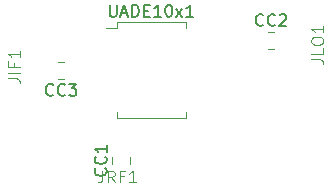
<source format=gbr>
%TF.GenerationSoftware,KiCad,Pcbnew,(5.1.9)-1*%
%TF.CreationDate,2021-03-17T18:45:03-04:00*%
%TF.ProjectId,BackupMixer,4261636b-7570-44d6-9978-65722e6b6963,rev?*%
%TF.SameCoordinates,Original*%
%TF.FileFunction,Legend,Top*%
%TF.FilePolarity,Positive*%
%FSLAX46Y46*%
G04 Gerber Fmt 4.6, Leading zero omitted, Abs format (unit mm)*
G04 Created by KiCad (PCBNEW (5.1.9)-1) date 2021-03-17 18:45:03*
%MOMM*%
%LPD*%
G01*
G04 APERTURE LIST*
%ADD10C,0.120000*%
%ADD11C,0.150000*%
%ADD12C,0.015000*%
G04 APERTURE END LIST*
D10*
%TO.C,UADE10x1*%
X137541000Y-90424000D02*
X137541000Y-89916000D01*
X137541000Y-89916000D02*
X131699000Y-89916000D01*
X131699000Y-89916000D02*
X131699000Y-90424000D01*
X131699000Y-90424000D02*
X130810000Y-90424000D01*
X131699000Y-97536000D02*
X131699000Y-98044000D01*
X131699000Y-98044000D02*
X137541000Y-98044000D01*
X137541000Y-98044000D02*
X137541000Y-97536000D01*
%TO.C,CC3*%
X127261252Y-94715000D02*
X126738748Y-94715000D01*
X127261252Y-93245000D02*
X126738748Y-93245000D01*
%TO.C,CC2*%
X144518748Y-90705000D02*
X145041252Y-90705000D01*
X144518748Y-92175000D02*
X145041252Y-92175000D01*
%TO.C,CC1*%
X131345000Y-101861252D02*
X131345000Y-101338748D01*
X132815000Y-101861252D02*
X132815000Y-101338748D01*
%TO.C,UADE10x1*%
D11*
X131120000Y-88432380D02*
X131120000Y-89241904D01*
X131167619Y-89337142D01*
X131215238Y-89384761D01*
X131310476Y-89432380D01*
X131500952Y-89432380D01*
X131596190Y-89384761D01*
X131643809Y-89337142D01*
X131691428Y-89241904D01*
X131691428Y-88432380D01*
X132120000Y-89146666D02*
X132596190Y-89146666D01*
X132024761Y-89432380D02*
X132358095Y-88432380D01*
X132691428Y-89432380D01*
X133024761Y-89432380D02*
X133024761Y-88432380D01*
X133262857Y-88432380D01*
X133405714Y-88480000D01*
X133500952Y-88575238D01*
X133548571Y-88670476D01*
X133596190Y-88860952D01*
X133596190Y-89003809D01*
X133548571Y-89194285D01*
X133500952Y-89289523D01*
X133405714Y-89384761D01*
X133262857Y-89432380D01*
X133024761Y-89432380D01*
X134024761Y-88908571D02*
X134358095Y-88908571D01*
X134500952Y-89432380D02*
X134024761Y-89432380D01*
X134024761Y-88432380D01*
X134500952Y-88432380D01*
X135453333Y-89432380D02*
X134881904Y-89432380D01*
X135167619Y-89432380D02*
X135167619Y-88432380D01*
X135072380Y-88575238D01*
X134977142Y-88670476D01*
X134881904Y-88718095D01*
X136072380Y-88432380D02*
X136167619Y-88432380D01*
X136262857Y-88480000D01*
X136310476Y-88527619D01*
X136358095Y-88622857D01*
X136405714Y-88813333D01*
X136405714Y-89051428D01*
X136358095Y-89241904D01*
X136310476Y-89337142D01*
X136262857Y-89384761D01*
X136167619Y-89432380D01*
X136072380Y-89432380D01*
X135977142Y-89384761D01*
X135929523Y-89337142D01*
X135881904Y-89241904D01*
X135834285Y-89051428D01*
X135834285Y-88813333D01*
X135881904Y-88622857D01*
X135929523Y-88527619D01*
X135977142Y-88480000D01*
X136072380Y-88432380D01*
X136739047Y-89432380D02*
X137262857Y-88765714D01*
X136739047Y-88765714D02*
X137262857Y-89432380D01*
X138167619Y-89432380D02*
X137596190Y-89432380D01*
X137881904Y-89432380D02*
X137881904Y-88432380D01*
X137786666Y-88575238D01*
X137691428Y-88670476D01*
X137596190Y-88718095D01*
%TO.C,JRF1*%
D12*
X130477045Y-102462710D02*
X130477045Y-103176996D01*
X130429426Y-103319853D01*
X130334188Y-103415091D01*
X130191330Y-103462710D01*
X130096092Y-103462710D01*
X131524664Y-103462710D02*
X131191330Y-102986520D01*
X130953235Y-103462710D02*
X130953235Y-102462710D01*
X131334188Y-102462710D01*
X131429426Y-102510330D01*
X131477045Y-102557949D01*
X131524664Y-102653187D01*
X131524664Y-102796044D01*
X131477045Y-102891282D01*
X131429426Y-102938901D01*
X131334188Y-102986520D01*
X130953235Y-102986520D01*
X132286569Y-102938901D02*
X131953235Y-102938901D01*
X131953235Y-103462710D02*
X131953235Y-102462710D01*
X132429426Y-102462710D01*
X133334188Y-103462710D02*
X132762759Y-103462710D01*
X133048473Y-103462710D02*
X133048473Y-102462710D01*
X132953235Y-102605568D01*
X132857997Y-102700806D01*
X132762759Y-102748425D01*
%TO.C,JLO1*%
X148182710Y-93042954D02*
X148896996Y-93042954D01*
X149039853Y-93090573D01*
X149135091Y-93185811D01*
X149182710Y-93328669D01*
X149182710Y-93423907D01*
X149182710Y-92090573D02*
X149182710Y-92566764D01*
X148182710Y-92566764D01*
X148182710Y-91566764D02*
X148182710Y-91376288D01*
X148230330Y-91281050D01*
X148325568Y-91185811D01*
X148516044Y-91138192D01*
X148849377Y-91138192D01*
X149039853Y-91185811D01*
X149135091Y-91281050D01*
X149182710Y-91376288D01*
X149182710Y-91566764D01*
X149135091Y-91662002D01*
X149039853Y-91757240D01*
X148849377Y-91804859D01*
X148516044Y-91804859D01*
X148325568Y-91757240D01*
X148230330Y-91662002D01*
X148182710Y-91566764D01*
X149182710Y-90185811D02*
X149182710Y-90757240D01*
X149182710Y-90471526D02*
X148182710Y-90471526D01*
X148325568Y-90566764D01*
X148420806Y-90662002D01*
X148468425Y-90757240D01*
%TO.C,JIF1*%
X122502050Y-94638950D02*
X123216336Y-94638950D01*
X123359193Y-94686569D01*
X123454431Y-94781807D01*
X123502050Y-94924664D01*
X123502050Y-95019902D01*
X123502050Y-94162759D02*
X122502050Y-94162759D01*
X122978241Y-93353235D02*
X122978241Y-93686569D01*
X123502050Y-93686569D02*
X122502050Y-93686569D01*
X122502050Y-93210378D01*
X123502050Y-92305616D02*
X123502050Y-92877045D01*
X123502050Y-92591330D02*
X122502050Y-92591330D01*
X122644908Y-92686569D01*
X122740146Y-92781807D01*
X122787765Y-92877045D01*
%TO.C,CC3*%
D11*
X126333333Y-96017142D02*
X126285714Y-96064761D01*
X126142857Y-96112380D01*
X126047619Y-96112380D01*
X125904761Y-96064761D01*
X125809523Y-95969523D01*
X125761904Y-95874285D01*
X125714285Y-95683809D01*
X125714285Y-95540952D01*
X125761904Y-95350476D01*
X125809523Y-95255238D01*
X125904761Y-95160000D01*
X126047619Y-95112380D01*
X126142857Y-95112380D01*
X126285714Y-95160000D01*
X126333333Y-95207619D01*
X127333333Y-96017142D02*
X127285714Y-96064761D01*
X127142857Y-96112380D01*
X127047619Y-96112380D01*
X126904761Y-96064761D01*
X126809523Y-95969523D01*
X126761904Y-95874285D01*
X126714285Y-95683809D01*
X126714285Y-95540952D01*
X126761904Y-95350476D01*
X126809523Y-95255238D01*
X126904761Y-95160000D01*
X127047619Y-95112380D01*
X127142857Y-95112380D01*
X127285714Y-95160000D01*
X127333333Y-95207619D01*
X127666666Y-95112380D02*
X128285714Y-95112380D01*
X127952380Y-95493333D01*
X128095238Y-95493333D01*
X128190476Y-95540952D01*
X128238095Y-95588571D01*
X128285714Y-95683809D01*
X128285714Y-95921904D01*
X128238095Y-96017142D01*
X128190476Y-96064761D01*
X128095238Y-96112380D01*
X127809523Y-96112380D01*
X127714285Y-96064761D01*
X127666666Y-96017142D01*
%TO.C,CC2*%
X144113333Y-90117142D02*
X144065714Y-90164761D01*
X143922857Y-90212380D01*
X143827619Y-90212380D01*
X143684761Y-90164761D01*
X143589523Y-90069523D01*
X143541904Y-89974285D01*
X143494285Y-89783809D01*
X143494285Y-89640952D01*
X143541904Y-89450476D01*
X143589523Y-89355238D01*
X143684761Y-89260000D01*
X143827619Y-89212380D01*
X143922857Y-89212380D01*
X144065714Y-89260000D01*
X144113333Y-89307619D01*
X145113333Y-90117142D02*
X145065714Y-90164761D01*
X144922857Y-90212380D01*
X144827619Y-90212380D01*
X144684761Y-90164761D01*
X144589523Y-90069523D01*
X144541904Y-89974285D01*
X144494285Y-89783809D01*
X144494285Y-89640952D01*
X144541904Y-89450476D01*
X144589523Y-89355238D01*
X144684761Y-89260000D01*
X144827619Y-89212380D01*
X144922857Y-89212380D01*
X145065714Y-89260000D01*
X145113333Y-89307619D01*
X145494285Y-89307619D02*
X145541904Y-89260000D01*
X145637142Y-89212380D01*
X145875238Y-89212380D01*
X145970476Y-89260000D01*
X146018095Y-89307619D01*
X146065714Y-89402857D01*
X146065714Y-89498095D01*
X146018095Y-89640952D01*
X145446666Y-90212380D01*
X146065714Y-90212380D01*
%TO.C,CC1*%
X130757142Y-102266666D02*
X130804761Y-102314285D01*
X130852380Y-102457142D01*
X130852380Y-102552380D01*
X130804761Y-102695238D01*
X130709523Y-102790476D01*
X130614285Y-102838095D01*
X130423809Y-102885714D01*
X130280952Y-102885714D01*
X130090476Y-102838095D01*
X129995238Y-102790476D01*
X129900000Y-102695238D01*
X129852380Y-102552380D01*
X129852380Y-102457142D01*
X129900000Y-102314285D01*
X129947619Y-102266666D01*
X130757142Y-101266666D02*
X130804761Y-101314285D01*
X130852380Y-101457142D01*
X130852380Y-101552380D01*
X130804761Y-101695238D01*
X130709523Y-101790476D01*
X130614285Y-101838095D01*
X130423809Y-101885714D01*
X130280952Y-101885714D01*
X130090476Y-101838095D01*
X129995238Y-101790476D01*
X129900000Y-101695238D01*
X129852380Y-101552380D01*
X129852380Y-101457142D01*
X129900000Y-101314285D01*
X129947619Y-101266666D01*
X130852380Y-100314285D02*
X130852380Y-100885714D01*
X130852380Y-100600000D02*
X129852380Y-100600000D01*
X129995238Y-100695238D01*
X130090476Y-100790476D01*
X130138095Y-100885714D01*
%TD*%
M02*

</source>
